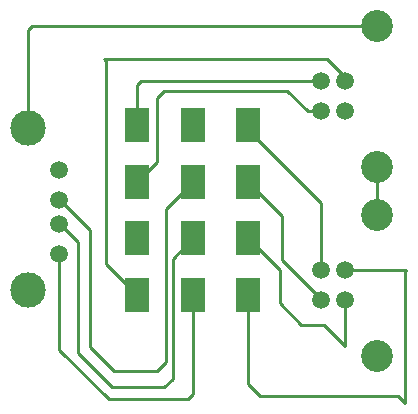
<source format=gbr>
G04 #@! TF.FileFunction,Copper,L2,Bot,Signal*
%FSLAX46Y46*%
G04 Gerber Fmt 4.6, Leading zero omitted, Abs format (unit mm)*
G04 Created by KiCad (PCBNEW 4.0.7) date Tue May  5 03:45:28 2020*
%MOMM*%
%LPD*%
G01*
G04 APERTURE LIST*
%ADD10C,0.100000*%
%ADD11C,1.520000*%
%ADD12C,2.700000*%
%ADD13C,1.500000*%
%ADD14C,3.000000*%
%ADD15R,2.000000X3.000000*%
%ADD16C,0.250000*%
G04 APERTURE END LIST*
D10*
D11*
X138700000Y-113140000D03*
X138700000Y-110600000D03*
X140700000Y-110600000D03*
X140700000Y-113140000D03*
D12*
X143400000Y-117870000D03*
X143400000Y-105870000D03*
D13*
X116500000Y-109210000D03*
X116500000Y-106670000D03*
X116500000Y-104640000D03*
X116500000Y-102100000D03*
D14*
X113830000Y-112260000D03*
X113830000Y-98540000D03*
D11*
X138700000Y-97140000D03*
X138700000Y-94600000D03*
X140700000Y-94600000D03*
X140700000Y-97140000D03*
D12*
X143400000Y-101870000D03*
X143400000Y-89870000D03*
D15*
X123100000Y-112700000D03*
X123100000Y-107900000D03*
X123100000Y-98300000D03*
X123100000Y-103100000D03*
X127800000Y-103100000D03*
X127800000Y-98300000D03*
X127800000Y-107900000D03*
X127800000Y-112700000D03*
X132500000Y-112700000D03*
X132500000Y-107900000D03*
X132500000Y-98300000D03*
X132500000Y-103100000D03*
D16*
X135400000Y-106000000D02*
X132500000Y-103100000D01*
X135400000Y-109700000D02*
X135400000Y-106000000D01*
X138700000Y-113000000D02*
X135400000Y-109700000D01*
X138700000Y-113140000D02*
X138700000Y-113000000D01*
X132500000Y-98300000D02*
X132500000Y-98700000D01*
X132500000Y-98700000D02*
X138700000Y-104900000D01*
X138700000Y-104900000D02*
X138700000Y-110600000D01*
X140700000Y-110600000D02*
X145900000Y-110600000D01*
X132500000Y-120200000D02*
X132500000Y-112700000D01*
X133500000Y-121200000D02*
X132500000Y-120200000D01*
X145200000Y-121200000D02*
X133500000Y-121200000D01*
X145800000Y-121800000D02*
X145200000Y-121200000D01*
X145800000Y-110700000D02*
X145800000Y-121800000D01*
X145900000Y-110600000D02*
X145800000Y-110700000D01*
X140700000Y-113140000D02*
X140700000Y-117000000D01*
X135200000Y-110600000D02*
X132500000Y-107900000D01*
X135200000Y-113400000D02*
X135200000Y-110600000D01*
X137000000Y-115200000D02*
X135200000Y-113400000D01*
X138900000Y-115200000D02*
X137000000Y-115200000D01*
X140700000Y-117000000D02*
X138900000Y-115200000D01*
X143400000Y-89870000D02*
X114170000Y-89870000D01*
X113830000Y-90210000D02*
X113830000Y-98540000D01*
X114170000Y-89870000D02*
X113830000Y-90210000D01*
X143400000Y-101870000D02*
X143400000Y-105870000D01*
X116500000Y-109210000D02*
X116500000Y-117300000D01*
X127800000Y-121100000D02*
X127800000Y-112700000D01*
X127400000Y-121500000D02*
X127800000Y-121100000D01*
X120700000Y-121500000D02*
X127400000Y-121500000D01*
X116500000Y-117300000D02*
X120700000Y-121500000D01*
X116500000Y-106670000D02*
X116570000Y-106670000D01*
X116570000Y-106670000D02*
X118100000Y-108200000D01*
X118100000Y-108200000D02*
X118100000Y-117600000D01*
X118100000Y-117600000D02*
X121000000Y-120500000D01*
X121000000Y-120500000D02*
X125400000Y-120500000D01*
X125400000Y-120500000D02*
X126100000Y-119800000D01*
X126100000Y-119800000D02*
X126100000Y-109600000D01*
X126100000Y-109600000D02*
X127800000Y-107900000D01*
X127800000Y-107900000D02*
X127200000Y-107900000D01*
X116500000Y-104640000D02*
X116540000Y-104640000D01*
X116540000Y-104640000D02*
X119100000Y-107200000D01*
X119100000Y-107200000D02*
X119100000Y-117100000D01*
X119100000Y-117100000D02*
X121100000Y-119100000D01*
X121100000Y-119100000D02*
X124800000Y-119100000D01*
X124800000Y-119100000D02*
X125500000Y-118400000D01*
X125500000Y-118400000D02*
X125500000Y-105400000D01*
X125500000Y-105400000D02*
X127800000Y-103100000D01*
X127800000Y-98300000D02*
X127700000Y-98300000D01*
X138700000Y-97140000D02*
X137540000Y-97140000D01*
X124800000Y-101400000D02*
X123100000Y-103100000D01*
X124800000Y-96000000D02*
X124800000Y-101400000D01*
X125400000Y-95400000D02*
X124800000Y-96000000D01*
X135800000Y-95400000D02*
X125400000Y-95400000D01*
X137540000Y-97140000D02*
X135800000Y-95400000D01*
X138700000Y-94600000D02*
X123400000Y-94600000D01*
X123100000Y-94900000D02*
X123100000Y-98300000D01*
X123400000Y-94600000D02*
X123100000Y-94900000D01*
X140700000Y-94600000D02*
X140700000Y-94200000D01*
X140700000Y-94200000D02*
X139200000Y-92700000D01*
X139200000Y-92700000D02*
X120300000Y-92700000D01*
X120300000Y-92700000D02*
X120500000Y-92900000D01*
X120500000Y-92900000D02*
X120500000Y-110100000D01*
X120500000Y-110100000D02*
X123100000Y-112700000D01*
X123100000Y-112700000D02*
X123100000Y-111900000D01*
X140700000Y-97140000D02*
X140700000Y-97600000D01*
M02*

</source>
